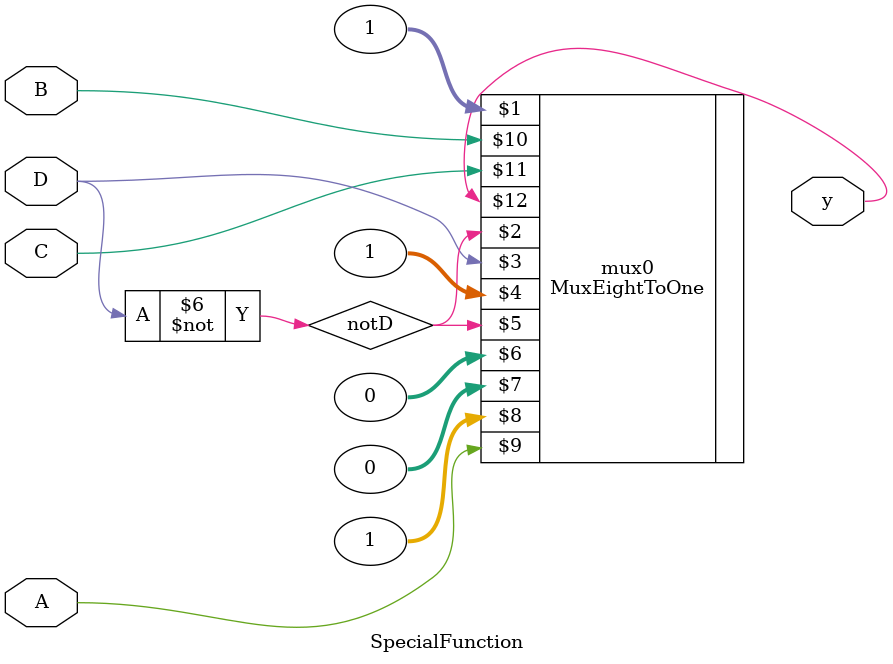
<source format=sv>
`timescale 1ns / 1ps


module SpecialFunction( input A, B, C, D, output y );

    wire notD;
    
    not not0( notD, D );

    MuxEightToOne mux0( 1, notD, D, 1, notD, 0, 0, 1, A, B, C, y );

endmodule

</source>
